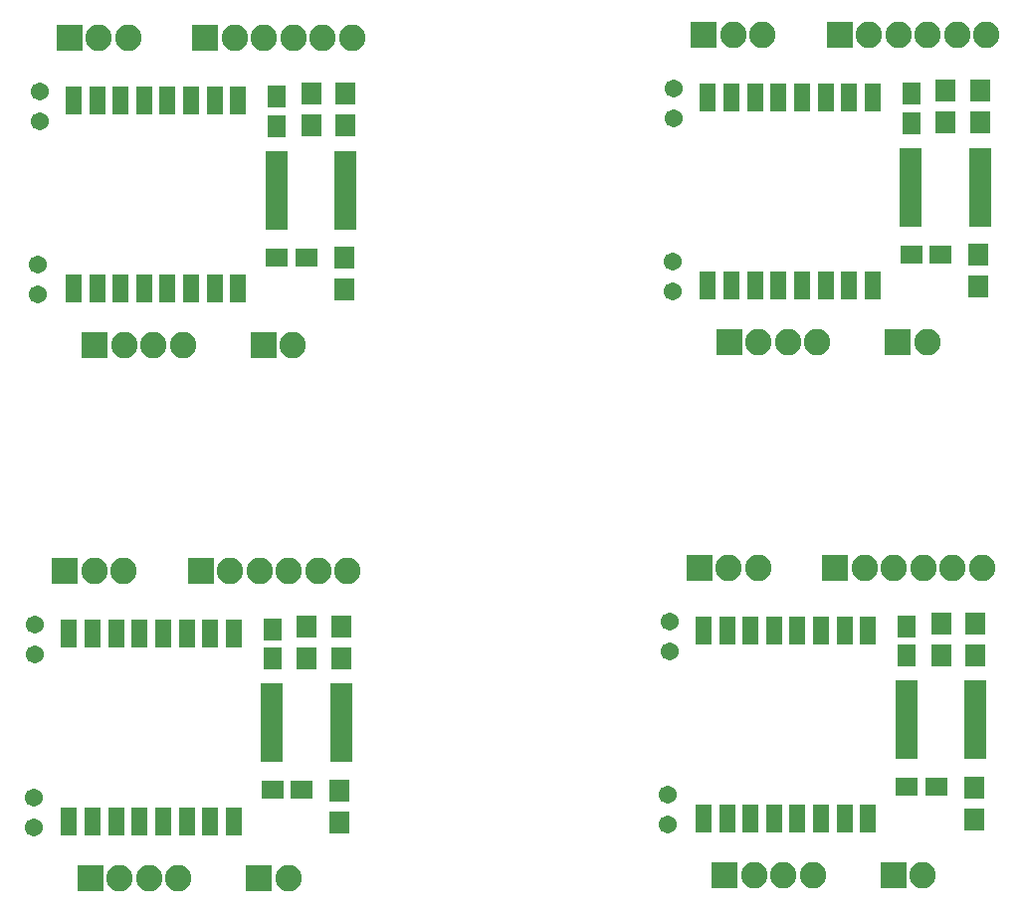
<source format=gts>
G04 #@! TF.FileFunction,Soldermask,Top*
%FSLAX46Y46*%
G04 Gerber Fmt 4.6, Leading zero omitted, Abs format (unit mm)*
G04 Created by KiCad (PCBNEW 4.0.7) date Wed Sep 16 00:54:05 2020*
%MOMM*%
%LPD*%
G01*
G04 APERTURE LIST*
%ADD10C,0.150000*%
%ADD11C,1.543000*%
%ADD12R,1.850000X0.850000*%
%ADD13R,1.700000X1.900000*%
%ADD14R,2.250000X2.250000*%
%ADD15C,2.250000*%
%ADD16R,1.650000X1.900000*%
%ADD17R,1.900000X1.650000*%
%ADD18R,1.400000X2.400000*%
G04 APERTURE END LIST*
D10*
D11*
X134366000Y-89281000D03*
X134493000Y-74549000D03*
X134493000Y-72009000D03*
X134366000Y-86741000D03*
D12*
X160557000Y-83316000D03*
X160557000Y-82666000D03*
X160557000Y-82016000D03*
X160557000Y-81366000D03*
X160557000Y-80716000D03*
X160557000Y-80066000D03*
X160557000Y-79416000D03*
X160557000Y-78766000D03*
X160557000Y-78116000D03*
X160557000Y-77466000D03*
X154657000Y-77466000D03*
X154657000Y-78116000D03*
X154657000Y-78766000D03*
X154657000Y-79416000D03*
X154657000Y-80066000D03*
X154657000Y-80716000D03*
X154657000Y-81366000D03*
X154657000Y-82016000D03*
X154657000Y-82666000D03*
X154657000Y-83316000D03*
D13*
X160401000Y-86153000D03*
X160401000Y-88853000D03*
X157607000Y-72183000D03*
X157607000Y-74883000D03*
D14*
X153543000Y-93599000D03*
D15*
X156043000Y-93599000D03*
D14*
X148590000Y-67437000D03*
D15*
X151090000Y-67437000D03*
X153590000Y-67437000D03*
X156090000Y-67437000D03*
X158590000Y-67437000D03*
X161090000Y-67437000D03*
D14*
X137033000Y-67437000D03*
D15*
X139533000Y-67437000D03*
X142033000Y-67437000D03*
D14*
X139192000Y-93599000D03*
D15*
X141692000Y-93599000D03*
X144192000Y-93599000D03*
X146692000Y-93599000D03*
D13*
X160528000Y-74883000D03*
X160528000Y-72183000D03*
D16*
X154686000Y-74910000D03*
X154686000Y-72410000D03*
D17*
X154706000Y-86106000D03*
X157206000Y-86106000D03*
D18*
X151399000Y-72772000D03*
X149399000Y-72772000D03*
X147399000Y-72772000D03*
X145399000Y-72772000D03*
X143399000Y-72772000D03*
X141399000Y-72772000D03*
X139399000Y-72772000D03*
X137399000Y-72772000D03*
X137399000Y-88772000D03*
X139399000Y-88772000D03*
X141399000Y-88772000D03*
X143399000Y-88772000D03*
X145399000Y-88772000D03*
X147399000Y-88772000D03*
X149399000Y-88772000D03*
X151399000Y-88772000D03*
X205374000Y-72518000D03*
X203374000Y-72518000D03*
X201374000Y-72518000D03*
X199374000Y-72518000D03*
X197374000Y-72518000D03*
X195374000Y-72518000D03*
X193374000Y-72518000D03*
X191374000Y-72518000D03*
X191374000Y-88518000D03*
X193374000Y-88518000D03*
X195374000Y-88518000D03*
X197374000Y-88518000D03*
X199374000Y-88518000D03*
X201374000Y-88518000D03*
X203374000Y-88518000D03*
X205374000Y-88518000D03*
D17*
X208681000Y-85852000D03*
X211181000Y-85852000D03*
D16*
X208661000Y-74656000D03*
X208661000Y-72156000D03*
D13*
X214503000Y-74629000D03*
X214503000Y-71929000D03*
D14*
X193167000Y-93345000D03*
D15*
X195667000Y-93345000D03*
X198167000Y-93345000D03*
X200667000Y-93345000D03*
D14*
X191008000Y-67183000D03*
D15*
X193508000Y-67183000D03*
X196008000Y-67183000D03*
D14*
X202565000Y-67183000D03*
D15*
X205065000Y-67183000D03*
X207565000Y-67183000D03*
X210065000Y-67183000D03*
X212565000Y-67183000D03*
X215065000Y-67183000D03*
D14*
X207518000Y-93345000D03*
D15*
X210018000Y-93345000D03*
D13*
X211582000Y-71929000D03*
X211582000Y-74629000D03*
X214376000Y-85899000D03*
X214376000Y-88599000D03*
D12*
X214532000Y-83062000D03*
X214532000Y-82412000D03*
X214532000Y-81762000D03*
X214532000Y-81112000D03*
X214532000Y-80462000D03*
X214532000Y-79812000D03*
X214532000Y-79162000D03*
X214532000Y-78512000D03*
X214532000Y-77862000D03*
X214532000Y-77212000D03*
X208632000Y-77212000D03*
X208632000Y-77862000D03*
X208632000Y-78512000D03*
X208632000Y-79162000D03*
X208632000Y-79812000D03*
X208632000Y-80462000D03*
X208632000Y-81112000D03*
X208632000Y-81762000D03*
X208632000Y-82412000D03*
X208632000Y-83062000D03*
D11*
X188341000Y-86487000D03*
X188468000Y-71755000D03*
X188468000Y-74295000D03*
X188341000Y-89027000D03*
X187960000Y-134366000D03*
X188087000Y-119634000D03*
X188087000Y-117094000D03*
X187960000Y-131826000D03*
D12*
X214151000Y-128401000D03*
X214151000Y-127751000D03*
X214151000Y-127101000D03*
X214151000Y-126451000D03*
X214151000Y-125801000D03*
X214151000Y-125151000D03*
X214151000Y-124501000D03*
X214151000Y-123851000D03*
X214151000Y-123201000D03*
X214151000Y-122551000D03*
X208251000Y-122551000D03*
X208251000Y-123201000D03*
X208251000Y-123851000D03*
X208251000Y-124501000D03*
X208251000Y-125151000D03*
X208251000Y-125801000D03*
X208251000Y-126451000D03*
X208251000Y-127101000D03*
X208251000Y-127751000D03*
X208251000Y-128401000D03*
D13*
X213995000Y-131238000D03*
X213995000Y-133938000D03*
X211201000Y-117268000D03*
X211201000Y-119968000D03*
D14*
X207137000Y-138684000D03*
D15*
X209637000Y-138684000D03*
D14*
X202184000Y-112522000D03*
D15*
X204684000Y-112522000D03*
X207184000Y-112522000D03*
X209684000Y-112522000D03*
X212184000Y-112522000D03*
X214684000Y-112522000D03*
D14*
X190627000Y-112522000D03*
D15*
X193127000Y-112522000D03*
X195627000Y-112522000D03*
D14*
X192786000Y-138684000D03*
D15*
X195286000Y-138684000D03*
X197786000Y-138684000D03*
X200286000Y-138684000D03*
D13*
X214122000Y-119968000D03*
X214122000Y-117268000D03*
D16*
X208280000Y-119995000D03*
X208280000Y-117495000D03*
D17*
X208300000Y-131191000D03*
X210800000Y-131191000D03*
D18*
X204993000Y-117857000D03*
X202993000Y-117857000D03*
X200993000Y-117857000D03*
X198993000Y-117857000D03*
X196993000Y-117857000D03*
X194993000Y-117857000D03*
X192993000Y-117857000D03*
X190993000Y-117857000D03*
X190993000Y-133857000D03*
X192993000Y-133857000D03*
X194993000Y-133857000D03*
X196993000Y-133857000D03*
X198993000Y-133857000D03*
X200993000Y-133857000D03*
X202993000Y-133857000D03*
X204993000Y-133857000D03*
X151018000Y-118111000D03*
X149018000Y-118111000D03*
X147018000Y-118111000D03*
X145018000Y-118111000D03*
X143018000Y-118111000D03*
X141018000Y-118111000D03*
X139018000Y-118111000D03*
X137018000Y-118111000D03*
X137018000Y-134111000D03*
X139018000Y-134111000D03*
X141018000Y-134111000D03*
X143018000Y-134111000D03*
X145018000Y-134111000D03*
X147018000Y-134111000D03*
X149018000Y-134111000D03*
X151018000Y-134111000D03*
D17*
X154325000Y-131445000D03*
X156825000Y-131445000D03*
D16*
X154305000Y-120249000D03*
X154305000Y-117749000D03*
D13*
X160147000Y-120222000D03*
X160147000Y-117522000D03*
D14*
X138811000Y-138938000D03*
D15*
X141311000Y-138938000D03*
X143811000Y-138938000D03*
X146311000Y-138938000D03*
D14*
X136652000Y-112776000D03*
D15*
X139152000Y-112776000D03*
X141652000Y-112776000D03*
D14*
X148209000Y-112776000D03*
D15*
X150709000Y-112776000D03*
X153209000Y-112776000D03*
X155709000Y-112776000D03*
X158209000Y-112776000D03*
X160709000Y-112776000D03*
D14*
X153162000Y-138938000D03*
D15*
X155662000Y-138938000D03*
D13*
X157226000Y-117522000D03*
X157226000Y-120222000D03*
X160020000Y-131492000D03*
X160020000Y-134192000D03*
D12*
X160176000Y-128655000D03*
X160176000Y-128005000D03*
X160176000Y-127355000D03*
X160176000Y-126705000D03*
X160176000Y-126055000D03*
X160176000Y-125405000D03*
X160176000Y-124755000D03*
X160176000Y-124105000D03*
X160176000Y-123455000D03*
X160176000Y-122805000D03*
X154276000Y-122805000D03*
X154276000Y-123455000D03*
X154276000Y-124105000D03*
X154276000Y-124755000D03*
X154276000Y-125405000D03*
X154276000Y-126055000D03*
X154276000Y-126705000D03*
X154276000Y-127355000D03*
X154276000Y-128005000D03*
X154276000Y-128655000D03*
D11*
X133985000Y-132080000D03*
X134112000Y-117348000D03*
X134112000Y-119888000D03*
X133985000Y-134620000D03*
M02*

</source>
